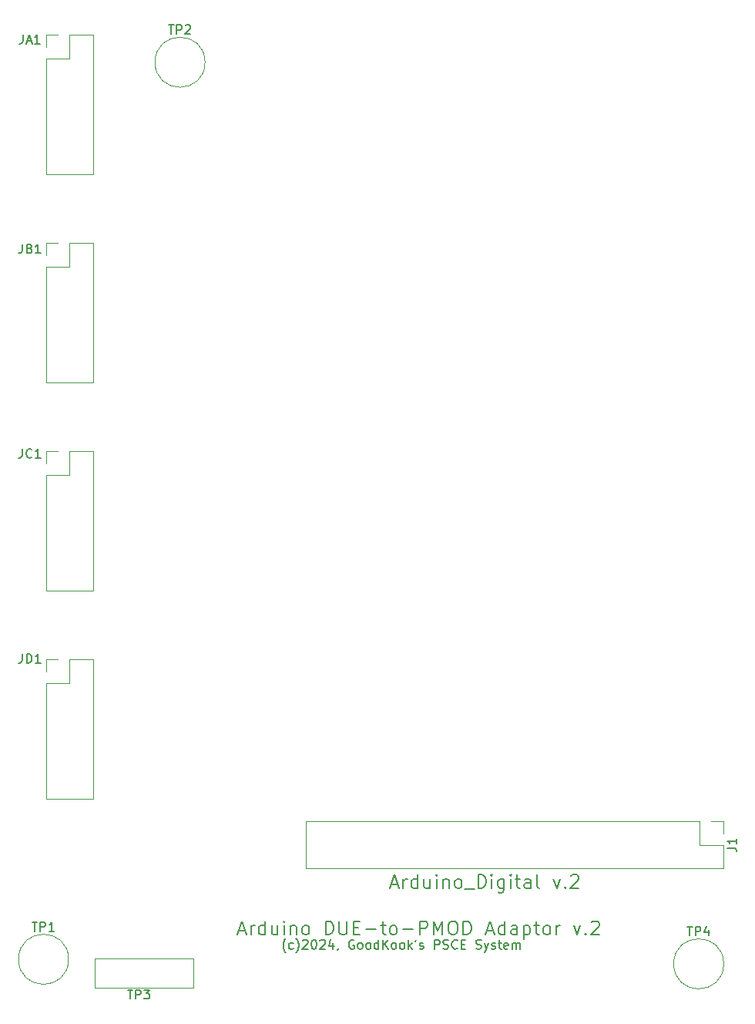
<source format=gbr>
%TF.GenerationSoftware,KiCad,Pcbnew,8.0.3-8.0.3-0~ubuntu20.04.1*%
%TF.CreationDate,2024-07-14T21:33:53+09:00*%
%TF.ProjectId,Gender_A7-100_ArduinoDUE,47656e64-6572-45f4-9137-2d3130305f41,rev?*%
%TF.SameCoordinates,Original*%
%TF.FileFunction,Legend,Top*%
%TF.FilePolarity,Positive*%
%FSLAX46Y46*%
G04 Gerber Fmt 4.6, Leading zero omitted, Abs format (unit mm)*
G04 Created by KiCad (PCBNEW 8.0.3-8.0.3-0~ubuntu20.04.1) date 2024-07-14 21:33:53*
%MOMM*%
%LPD*%
G01*
G04 APERTURE LIST*
%ADD10C,0.150000*%
%ADD11C,0.200000*%
%ADD12C,0.120000*%
G04 APERTURE END LIST*
D10*
X126622493Y-150250771D02*
X126574874Y-150203152D01*
X126574874Y-150203152D02*
X126479636Y-150060295D01*
X126479636Y-150060295D02*
X126432017Y-149965057D01*
X126432017Y-149965057D02*
X126384398Y-149822200D01*
X126384398Y-149822200D02*
X126336779Y-149584104D01*
X126336779Y-149584104D02*
X126336779Y-149393628D01*
X126336779Y-149393628D02*
X126384398Y-149155533D01*
X126384398Y-149155533D02*
X126432017Y-149012676D01*
X126432017Y-149012676D02*
X126479636Y-148917438D01*
X126479636Y-148917438D02*
X126574874Y-148774580D01*
X126574874Y-148774580D02*
X126622493Y-148726961D01*
X127432017Y-149822200D02*
X127336779Y-149869819D01*
X127336779Y-149869819D02*
X127146303Y-149869819D01*
X127146303Y-149869819D02*
X127051065Y-149822200D01*
X127051065Y-149822200D02*
X127003446Y-149774580D01*
X127003446Y-149774580D02*
X126955827Y-149679342D01*
X126955827Y-149679342D02*
X126955827Y-149393628D01*
X126955827Y-149393628D02*
X127003446Y-149298390D01*
X127003446Y-149298390D02*
X127051065Y-149250771D01*
X127051065Y-149250771D02*
X127146303Y-149203152D01*
X127146303Y-149203152D02*
X127336779Y-149203152D01*
X127336779Y-149203152D02*
X127432017Y-149250771D01*
X127765351Y-150250771D02*
X127812970Y-150203152D01*
X127812970Y-150203152D02*
X127908208Y-150060295D01*
X127908208Y-150060295D02*
X127955827Y-149965057D01*
X127955827Y-149965057D02*
X128003446Y-149822200D01*
X128003446Y-149822200D02*
X128051065Y-149584104D01*
X128051065Y-149584104D02*
X128051065Y-149393628D01*
X128051065Y-149393628D02*
X128003446Y-149155533D01*
X128003446Y-149155533D02*
X127955827Y-149012676D01*
X127955827Y-149012676D02*
X127908208Y-148917438D01*
X127908208Y-148917438D02*
X127812970Y-148774580D01*
X127812970Y-148774580D02*
X127765351Y-148726961D01*
X128479637Y-148965057D02*
X128527256Y-148917438D01*
X128527256Y-148917438D02*
X128622494Y-148869819D01*
X128622494Y-148869819D02*
X128860589Y-148869819D01*
X128860589Y-148869819D02*
X128955827Y-148917438D01*
X128955827Y-148917438D02*
X129003446Y-148965057D01*
X129003446Y-148965057D02*
X129051065Y-149060295D01*
X129051065Y-149060295D02*
X129051065Y-149155533D01*
X129051065Y-149155533D02*
X129003446Y-149298390D01*
X129003446Y-149298390D02*
X128432018Y-149869819D01*
X128432018Y-149869819D02*
X129051065Y-149869819D01*
X129670113Y-148869819D02*
X129765351Y-148869819D01*
X129765351Y-148869819D02*
X129860589Y-148917438D01*
X129860589Y-148917438D02*
X129908208Y-148965057D01*
X129908208Y-148965057D02*
X129955827Y-149060295D01*
X129955827Y-149060295D02*
X130003446Y-149250771D01*
X130003446Y-149250771D02*
X130003446Y-149488866D01*
X130003446Y-149488866D02*
X129955827Y-149679342D01*
X129955827Y-149679342D02*
X129908208Y-149774580D01*
X129908208Y-149774580D02*
X129860589Y-149822200D01*
X129860589Y-149822200D02*
X129765351Y-149869819D01*
X129765351Y-149869819D02*
X129670113Y-149869819D01*
X129670113Y-149869819D02*
X129574875Y-149822200D01*
X129574875Y-149822200D02*
X129527256Y-149774580D01*
X129527256Y-149774580D02*
X129479637Y-149679342D01*
X129479637Y-149679342D02*
X129432018Y-149488866D01*
X129432018Y-149488866D02*
X129432018Y-149250771D01*
X129432018Y-149250771D02*
X129479637Y-149060295D01*
X129479637Y-149060295D02*
X129527256Y-148965057D01*
X129527256Y-148965057D02*
X129574875Y-148917438D01*
X129574875Y-148917438D02*
X129670113Y-148869819D01*
X130384399Y-148965057D02*
X130432018Y-148917438D01*
X130432018Y-148917438D02*
X130527256Y-148869819D01*
X130527256Y-148869819D02*
X130765351Y-148869819D01*
X130765351Y-148869819D02*
X130860589Y-148917438D01*
X130860589Y-148917438D02*
X130908208Y-148965057D01*
X130908208Y-148965057D02*
X130955827Y-149060295D01*
X130955827Y-149060295D02*
X130955827Y-149155533D01*
X130955827Y-149155533D02*
X130908208Y-149298390D01*
X130908208Y-149298390D02*
X130336780Y-149869819D01*
X130336780Y-149869819D02*
X130955827Y-149869819D01*
X131812970Y-149203152D02*
X131812970Y-149869819D01*
X131574875Y-148822200D02*
X131336780Y-149536485D01*
X131336780Y-149536485D02*
X131955827Y-149536485D01*
X132384399Y-149822200D02*
X132384399Y-149869819D01*
X132384399Y-149869819D02*
X132336780Y-149965057D01*
X132336780Y-149965057D02*
X132289161Y-150012676D01*
X134098684Y-148917438D02*
X134003446Y-148869819D01*
X134003446Y-148869819D02*
X133860589Y-148869819D01*
X133860589Y-148869819D02*
X133717732Y-148917438D01*
X133717732Y-148917438D02*
X133622494Y-149012676D01*
X133622494Y-149012676D02*
X133574875Y-149107914D01*
X133574875Y-149107914D02*
X133527256Y-149298390D01*
X133527256Y-149298390D02*
X133527256Y-149441247D01*
X133527256Y-149441247D02*
X133574875Y-149631723D01*
X133574875Y-149631723D02*
X133622494Y-149726961D01*
X133622494Y-149726961D02*
X133717732Y-149822200D01*
X133717732Y-149822200D02*
X133860589Y-149869819D01*
X133860589Y-149869819D02*
X133955827Y-149869819D01*
X133955827Y-149869819D02*
X134098684Y-149822200D01*
X134098684Y-149822200D02*
X134146303Y-149774580D01*
X134146303Y-149774580D02*
X134146303Y-149441247D01*
X134146303Y-149441247D02*
X133955827Y-149441247D01*
X134717732Y-149869819D02*
X134622494Y-149822200D01*
X134622494Y-149822200D02*
X134574875Y-149774580D01*
X134574875Y-149774580D02*
X134527256Y-149679342D01*
X134527256Y-149679342D02*
X134527256Y-149393628D01*
X134527256Y-149393628D02*
X134574875Y-149298390D01*
X134574875Y-149298390D02*
X134622494Y-149250771D01*
X134622494Y-149250771D02*
X134717732Y-149203152D01*
X134717732Y-149203152D02*
X134860589Y-149203152D01*
X134860589Y-149203152D02*
X134955827Y-149250771D01*
X134955827Y-149250771D02*
X135003446Y-149298390D01*
X135003446Y-149298390D02*
X135051065Y-149393628D01*
X135051065Y-149393628D02*
X135051065Y-149679342D01*
X135051065Y-149679342D02*
X135003446Y-149774580D01*
X135003446Y-149774580D02*
X134955827Y-149822200D01*
X134955827Y-149822200D02*
X134860589Y-149869819D01*
X134860589Y-149869819D02*
X134717732Y-149869819D01*
X135622494Y-149869819D02*
X135527256Y-149822200D01*
X135527256Y-149822200D02*
X135479637Y-149774580D01*
X135479637Y-149774580D02*
X135432018Y-149679342D01*
X135432018Y-149679342D02*
X135432018Y-149393628D01*
X135432018Y-149393628D02*
X135479637Y-149298390D01*
X135479637Y-149298390D02*
X135527256Y-149250771D01*
X135527256Y-149250771D02*
X135622494Y-149203152D01*
X135622494Y-149203152D02*
X135765351Y-149203152D01*
X135765351Y-149203152D02*
X135860589Y-149250771D01*
X135860589Y-149250771D02*
X135908208Y-149298390D01*
X135908208Y-149298390D02*
X135955827Y-149393628D01*
X135955827Y-149393628D02*
X135955827Y-149679342D01*
X135955827Y-149679342D02*
X135908208Y-149774580D01*
X135908208Y-149774580D02*
X135860589Y-149822200D01*
X135860589Y-149822200D02*
X135765351Y-149869819D01*
X135765351Y-149869819D02*
X135622494Y-149869819D01*
X136812970Y-149869819D02*
X136812970Y-148869819D01*
X136812970Y-149822200D02*
X136717732Y-149869819D01*
X136717732Y-149869819D02*
X136527256Y-149869819D01*
X136527256Y-149869819D02*
X136432018Y-149822200D01*
X136432018Y-149822200D02*
X136384399Y-149774580D01*
X136384399Y-149774580D02*
X136336780Y-149679342D01*
X136336780Y-149679342D02*
X136336780Y-149393628D01*
X136336780Y-149393628D02*
X136384399Y-149298390D01*
X136384399Y-149298390D02*
X136432018Y-149250771D01*
X136432018Y-149250771D02*
X136527256Y-149203152D01*
X136527256Y-149203152D02*
X136717732Y-149203152D01*
X136717732Y-149203152D02*
X136812970Y-149250771D01*
X137289161Y-149869819D02*
X137289161Y-148869819D01*
X137860589Y-149869819D02*
X137432018Y-149298390D01*
X137860589Y-148869819D02*
X137289161Y-149441247D01*
X138432018Y-149869819D02*
X138336780Y-149822200D01*
X138336780Y-149822200D02*
X138289161Y-149774580D01*
X138289161Y-149774580D02*
X138241542Y-149679342D01*
X138241542Y-149679342D02*
X138241542Y-149393628D01*
X138241542Y-149393628D02*
X138289161Y-149298390D01*
X138289161Y-149298390D02*
X138336780Y-149250771D01*
X138336780Y-149250771D02*
X138432018Y-149203152D01*
X138432018Y-149203152D02*
X138574875Y-149203152D01*
X138574875Y-149203152D02*
X138670113Y-149250771D01*
X138670113Y-149250771D02*
X138717732Y-149298390D01*
X138717732Y-149298390D02*
X138765351Y-149393628D01*
X138765351Y-149393628D02*
X138765351Y-149679342D01*
X138765351Y-149679342D02*
X138717732Y-149774580D01*
X138717732Y-149774580D02*
X138670113Y-149822200D01*
X138670113Y-149822200D02*
X138574875Y-149869819D01*
X138574875Y-149869819D02*
X138432018Y-149869819D01*
X139336780Y-149869819D02*
X139241542Y-149822200D01*
X139241542Y-149822200D02*
X139193923Y-149774580D01*
X139193923Y-149774580D02*
X139146304Y-149679342D01*
X139146304Y-149679342D02*
X139146304Y-149393628D01*
X139146304Y-149393628D02*
X139193923Y-149298390D01*
X139193923Y-149298390D02*
X139241542Y-149250771D01*
X139241542Y-149250771D02*
X139336780Y-149203152D01*
X139336780Y-149203152D02*
X139479637Y-149203152D01*
X139479637Y-149203152D02*
X139574875Y-149250771D01*
X139574875Y-149250771D02*
X139622494Y-149298390D01*
X139622494Y-149298390D02*
X139670113Y-149393628D01*
X139670113Y-149393628D02*
X139670113Y-149679342D01*
X139670113Y-149679342D02*
X139622494Y-149774580D01*
X139622494Y-149774580D02*
X139574875Y-149822200D01*
X139574875Y-149822200D02*
X139479637Y-149869819D01*
X139479637Y-149869819D02*
X139336780Y-149869819D01*
X140098685Y-149869819D02*
X140098685Y-148869819D01*
X140193923Y-149488866D02*
X140479637Y-149869819D01*
X140479637Y-149203152D02*
X140098685Y-149584104D01*
X140955828Y-148869819D02*
X140860590Y-149060295D01*
X141336780Y-149822200D02*
X141432018Y-149869819D01*
X141432018Y-149869819D02*
X141622494Y-149869819D01*
X141622494Y-149869819D02*
X141717732Y-149822200D01*
X141717732Y-149822200D02*
X141765351Y-149726961D01*
X141765351Y-149726961D02*
X141765351Y-149679342D01*
X141765351Y-149679342D02*
X141717732Y-149584104D01*
X141717732Y-149584104D02*
X141622494Y-149536485D01*
X141622494Y-149536485D02*
X141479637Y-149536485D01*
X141479637Y-149536485D02*
X141384399Y-149488866D01*
X141384399Y-149488866D02*
X141336780Y-149393628D01*
X141336780Y-149393628D02*
X141336780Y-149346009D01*
X141336780Y-149346009D02*
X141384399Y-149250771D01*
X141384399Y-149250771D02*
X141479637Y-149203152D01*
X141479637Y-149203152D02*
X141622494Y-149203152D01*
X141622494Y-149203152D02*
X141717732Y-149250771D01*
X142955828Y-149869819D02*
X142955828Y-148869819D01*
X142955828Y-148869819D02*
X143336780Y-148869819D01*
X143336780Y-148869819D02*
X143432018Y-148917438D01*
X143432018Y-148917438D02*
X143479637Y-148965057D01*
X143479637Y-148965057D02*
X143527256Y-149060295D01*
X143527256Y-149060295D02*
X143527256Y-149203152D01*
X143527256Y-149203152D02*
X143479637Y-149298390D01*
X143479637Y-149298390D02*
X143432018Y-149346009D01*
X143432018Y-149346009D02*
X143336780Y-149393628D01*
X143336780Y-149393628D02*
X142955828Y-149393628D01*
X143908209Y-149822200D02*
X144051066Y-149869819D01*
X144051066Y-149869819D02*
X144289161Y-149869819D01*
X144289161Y-149869819D02*
X144384399Y-149822200D01*
X144384399Y-149822200D02*
X144432018Y-149774580D01*
X144432018Y-149774580D02*
X144479637Y-149679342D01*
X144479637Y-149679342D02*
X144479637Y-149584104D01*
X144479637Y-149584104D02*
X144432018Y-149488866D01*
X144432018Y-149488866D02*
X144384399Y-149441247D01*
X144384399Y-149441247D02*
X144289161Y-149393628D01*
X144289161Y-149393628D02*
X144098685Y-149346009D01*
X144098685Y-149346009D02*
X144003447Y-149298390D01*
X144003447Y-149298390D02*
X143955828Y-149250771D01*
X143955828Y-149250771D02*
X143908209Y-149155533D01*
X143908209Y-149155533D02*
X143908209Y-149060295D01*
X143908209Y-149060295D02*
X143955828Y-148965057D01*
X143955828Y-148965057D02*
X144003447Y-148917438D01*
X144003447Y-148917438D02*
X144098685Y-148869819D01*
X144098685Y-148869819D02*
X144336780Y-148869819D01*
X144336780Y-148869819D02*
X144479637Y-148917438D01*
X145479637Y-149774580D02*
X145432018Y-149822200D01*
X145432018Y-149822200D02*
X145289161Y-149869819D01*
X145289161Y-149869819D02*
X145193923Y-149869819D01*
X145193923Y-149869819D02*
X145051066Y-149822200D01*
X145051066Y-149822200D02*
X144955828Y-149726961D01*
X144955828Y-149726961D02*
X144908209Y-149631723D01*
X144908209Y-149631723D02*
X144860590Y-149441247D01*
X144860590Y-149441247D02*
X144860590Y-149298390D01*
X144860590Y-149298390D02*
X144908209Y-149107914D01*
X144908209Y-149107914D02*
X144955828Y-149012676D01*
X144955828Y-149012676D02*
X145051066Y-148917438D01*
X145051066Y-148917438D02*
X145193923Y-148869819D01*
X145193923Y-148869819D02*
X145289161Y-148869819D01*
X145289161Y-148869819D02*
X145432018Y-148917438D01*
X145432018Y-148917438D02*
X145479637Y-148965057D01*
X145908209Y-149346009D02*
X146241542Y-149346009D01*
X146384399Y-149869819D02*
X145908209Y-149869819D01*
X145908209Y-149869819D02*
X145908209Y-148869819D01*
X145908209Y-148869819D02*
X146384399Y-148869819D01*
X147527257Y-149822200D02*
X147670114Y-149869819D01*
X147670114Y-149869819D02*
X147908209Y-149869819D01*
X147908209Y-149869819D02*
X148003447Y-149822200D01*
X148003447Y-149822200D02*
X148051066Y-149774580D01*
X148051066Y-149774580D02*
X148098685Y-149679342D01*
X148098685Y-149679342D02*
X148098685Y-149584104D01*
X148098685Y-149584104D02*
X148051066Y-149488866D01*
X148051066Y-149488866D02*
X148003447Y-149441247D01*
X148003447Y-149441247D02*
X147908209Y-149393628D01*
X147908209Y-149393628D02*
X147717733Y-149346009D01*
X147717733Y-149346009D02*
X147622495Y-149298390D01*
X147622495Y-149298390D02*
X147574876Y-149250771D01*
X147574876Y-149250771D02*
X147527257Y-149155533D01*
X147527257Y-149155533D02*
X147527257Y-149060295D01*
X147527257Y-149060295D02*
X147574876Y-148965057D01*
X147574876Y-148965057D02*
X147622495Y-148917438D01*
X147622495Y-148917438D02*
X147717733Y-148869819D01*
X147717733Y-148869819D02*
X147955828Y-148869819D01*
X147955828Y-148869819D02*
X148098685Y-148917438D01*
X148432019Y-149203152D02*
X148670114Y-149869819D01*
X148908209Y-149203152D02*
X148670114Y-149869819D01*
X148670114Y-149869819D02*
X148574876Y-150107914D01*
X148574876Y-150107914D02*
X148527257Y-150155533D01*
X148527257Y-150155533D02*
X148432019Y-150203152D01*
X149241543Y-149822200D02*
X149336781Y-149869819D01*
X149336781Y-149869819D02*
X149527257Y-149869819D01*
X149527257Y-149869819D02*
X149622495Y-149822200D01*
X149622495Y-149822200D02*
X149670114Y-149726961D01*
X149670114Y-149726961D02*
X149670114Y-149679342D01*
X149670114Y-149679342D02*
X149622495Y-149584104D01*
X149622495Y-149584104D02*
X149527257Y-149536485D01*
X149527257Y-149536485D02*
X149384400Y-149536485D01*
X149384400Y-149536485D02*
X149289162Y-149488866D01*
X149289162Y-149488866D02*
X149241543Y-149393628D01*
X149241543Y-149393628D02*
X149241543Y-149346009D01*
X149241543Y-149346009D02*
X149289162Y-149250771D01*
X149289162Y-149250771D02*
X149384400Y-149203152D01*
X149384400Y-149203152D02*
X149527257Y-149203152D01*
X149527257Y-149203152D02*
X149622495Y-149250771D01*
X149955829Y-149203152D02*
X150336781Y-149203152D01*
X150098686Y-148869819D02*
X150098686Y-149726961D01*
X150098686Y-149726961D02*
X150146305Y-149822200D01*
X150146305Y-149822200D02*
X150241543Y-149869819D01*
X150241543Y-149869819D02*
X150336781Y-149869819D01*
X151051067Y-149822200D02*
X150955829Y-149869819D01*
X150955829Y-149869819D02*
X150765353Y-149869819D01*
X150765353Y-149869819D02*
X150670115Y-149822200D01*
X150670115Y-149822200D02*
X150622496Y-149726961D01*
X150622496Y-149726961D02*
X150622496Y-149346009D01*
X150622496Y-149346009D02*
X150670115Y-149250771D01*
X150670115Y-149250771D02*
X150765353Y-149203152D01*
X150765353Y-149203152D02*
X150955829Y-149203152D01*
X150955829Y-149203152D02*
X151051067Y-149250771D01*
X151051067Y-149250771D02*
X151098686Y-149346009D01*
X151098686Y-149346009D02*
X151098686Y-149441247D01*
X151098686Y-149441247D02*
X150622496Y-149536485D01*
X151527258Y-149869819D02*
X151527258Y-149203152D01*
X151527258Y-149298390D02*
X151574877Y-149250771D01*
X151574877Y-149250771D02*
X151670115Y-149203152D01*
X151670115Y-149203152D02*
X151812972Y-149203152D01*
X151812972Y-149203152D02*
X151908210Y-149250771D01*
X151908210Y-149250771D02*
X151955829Y-149346009D01*
X151955829Y-149346009D02*
X151955829Y-149869819D01*
X151955829Y-149346009D02*
X152003448Y-149250771D01*
X152003448Y-149250771D02*
X152098686Y-149203152D01*
X152098686Y-149203152D02*
X152241543Y-149203152D01*
X152241543Y-149203152D02*
X152336782Y-149250771D01*
X152336782Y-149250771D02*
X152384401Y-149346009D01*
X152384401Y-149346009D02*
X152384401Y-149869819D01*
D11*
X121417292Y-147877457D02*
X122131578Y-147877457D01*
X121274435Y-148306028D02*
X121774435Y-146806028D01*
X121774435Y-146806028D02*
X122274435Y-148306028D01*
X122774434Y-148306028D02*
X122774434Y-147306028D01*
X122774434Y-147591742D02*
X122845863Y-147448885D01*
X122845863Y-147448885D02*
X122917292Y-147377457D01*
X122917292Y-147377457D02*
X123060149Y-147306028D01*
X123060149Y-147306028D02*
X123203006Y-147306028D01*
X124345863Y-148306028D02*
X124345863Y-146806028D01*
X124345863Y-148234600D02*
X124203005Y-148306028D01*
X124203005Y-148306028D02*
X123917291Y-148306028D01*
X123917291Y-148306028D02*
X123774434Y-148234600D01*
X123774434Y-148234600D02*
X123703005Y-148163171D01*
X123703005Y-148163171D02*
X123631577Y-148020314D01*
X123631577Y-148020314D02*
X123631577Y-147591742D01*
X123631577Y-147591742D02*
X123703005Y-147448885D01*
X123703005Y-147448885D02*
X123774434Y-147377457D01*
X123774434Y-147377457D02*
X123917291Y-147306028D01*
X123917291Y-147306028D02*
X124203005Y-147306028D01*
X124203005Y-147306028D02*
X124345863Y-147377457D01*
X125703006Y-147306028D02*
X125703006Y-148306028D01*
X125060148Y-147306028D02*
X125060148Y-148091742D01*
X125060148Y-148091742D02*
X125131577Y-148234600D01*
X125131577Y-148234600D02*
X125274434Y-148306028D01*
X125274434Y-148306028D02*
X125488720Y-148306028D01*
X125488720Y-148306028D02*
X125631577Y-148234600D01*
X125631577Y-148234600D02*
X125703006Y-148163171D01*
X126417291Y-148306028D02*
X126417291Y-147306028D01*
X126417291Y-146806028D02*
X126345863Y-146877457D01*
X126345863Y-146877457D02*
X126417291Y-146948885D01*
X126417291Y-146948885D02*
X126488720Y-146877457D01*
X126488720Y-146877457D02*
X126417291Y-146806028D01*
X126417291Y-146806028D02*
X126417291Y-146948885D01*
X127131577Y-147306028D02*
X127131577Y-148306028D01*
X127131577Y-147448885D02*
X127203006Y-147377457D01*
X127203006Y-147377457D02*
X127345863Y-147306028D01*
X127345863Y-147306028D02*
X127560149Y-147306028D01*
X127560149Y-147306028D02*
X127703006Y-147377457D01*
X127703006Y-147377457D02*
X127774435Y-147520314D01*
X127774435Y-147520314D02*
X127774435Y-148306028D01*
X128703006Y-148306028D02*
X128560149Y-148234600D01*
X128560149Y-148234600D02*
X128488720Y-148163171D01*
X128488720Y-148163171D02*
X128417292Y-148020314D01*
X128417292Y-148020314D02*
X128417292Y-147591742D01*
X128417292Y-147591742D02*
X128488720Y-147448885D01*
X128488720Y-147448885D02*
X128560149Y-147377457D01*
X128560149Y-147377457D02*
X128703006Y-147306028D01*
X128703006Y-147306028D02*
X128917292Y-147306028D01*
X128917292Y-147306028D02*
X129060149Y-147377457D01*
X129060149Y-147377457D02*
X129131578Y-147448885D01*
X129131578Y-147448885D02*
X129203006Y-147591742D01*
X129203006Y-147591742D02*
X129203006Y-148020314D01*
X129203006Y-148020314D02*
X129131578Y-148163171D01*
X129131578Y-148163171D02*
X129060149Y-148234600D01*
X129060149Y-148234600D02*
X128917292Y-148306028D01*
X128917292Y-148306028D02*
X128703006Y-148306028D01*
X130988720Y-148306028D02*
X130988720Y-146806028D01*
X130988720Y-146806028D02*
X131345863Y-146806028D01*
X131345863Y-146806028D02*
X131560149Y-146877457D01*
X131560149Y-146877457D02*
X131703006Y-147020314D01*
X131703006Y-147020314D02*
X131774435Y-147163171D01*
X131774435Y-147163171D02*
X131845863Y-147448885D01*
X131845863Y-147448885D02*
X131845863Y-147663171D01*
X131845863Y-147663171D02*
X131774435Y-147948885D01*
X131774435Y-147948885D02*
X131703006Y-148091742D01*
X131703006Y-148091742D02*
X131560149Y-148234600D01*
X131560149Y-148234600D02*
X131345863Y-148306028D01*
X131345863Y-148306028D02*
X130988720Y-148306028D01*
X132488720Y-146806028D02*
X132488720Y-148020314D01*
X132488720Y-148020314D02*
X132560149Y-148163171D01*
X132560149Y-148163171D02*
X132631578Y-148234600D01*
X132631578Y-148234600D02*
X132774435Y-148306028D01*
X132774435Y-148306028D02*
X133060149Y-148306028D01*
X133060149Y-148306028D02*
X133203006Y-148234600D01*
X133203006Y-148234600D02*
X133274435Y-148163171D01*
X133274435Y-148163171D02*
X133345863Y-148020314D01*
X133345863Y-148020314D02*
X133345863Y-146806028D01*
X134060149Y-147520314D02*
X134560149Y-147520314D01*
X134774435Y-148306028D02*
X134060149Y-148306028D01*
X134060149Y-148306028D02*
X134060149Y-146806028D01*
X134060149Y-146806028D02*
X134774435Y-146806028D01*
X135417292Y-147734600D02*
X136560150Y-147734600D01*
X137060150Y-147306028D02*
X137631578Y-147306028D01*
X137274435Y-146806028D02*
X137274435Y-148091742D01*
X137274435Y-148091742D02*
X137345864Y-148234600D01*
X137345864Y-148234600D02*
X137488721Y-148306028D01*
X137488721Y-148306028D02*
X137631578Y-148306028D01*
X138345864Y-148306028D02*
X138203007Y-148234600D01*
X138203007Y-148234600D02*
X138131578Y-148163171D01*
X138131578Y-148163171D02*
X138060150Y-148020314D01*
X138060150Y-148020314D02*
X138060150Y-147591742D01*
X138060150Y-147591742D02*
X138131578Y-147448885D01*
X138131578Y-147448885D02*
X138203007Y-147377457D01*
X138203007Y-147377457D02*
X138345864Y-147306028D01*
X138345864Y-147306028D02*
X138560150Y-147306028D01*
X138560150Y-147306028D02*
X138703007Y-147377457D01*
X138703007Y-147377457D02*
X138774436Y-147448885D01*
X138774436Y-147448885D02*
X138845864Y-147591742D01*
X138845864Y-147591742D02*
X138845864Y-148020314D01*
X138845864Y-148020314D02*
X138774436Y-148163171D01*
X138774436Y-148163171D02*
X138703007Y-148234600D01*
X138703007Y-148234600D02*
X138560150Y-148306028D01*
X138560150Y-148306028D02*
X138345864Y-148306028D01*
X139488721Y-147734600D02*
X140631579Y-147734600D01*
X141345864Y-148306028D02*
X141345864Y-146806028D01*
X141345864Y-146806028D02*
X141917293Y-146806028D01*
X141917293Y-146806028D02*
X142060150Y-146877457D01*
X142060150Y-146877457D02*
X142131579Y-146948885D01*
X142131579Y-146948885D02*
X142203007Y-147091742D01*
X142203007Y-147091742D02*
X142203007Y-147306028D01*
X142203007Y-147306028D02*
X142131579Y-147448885D01*
X142131579Y-147448885D02*
X142060150Y-147520314D01*
X142060150Y-147520314D02*
X141917293Y-147591742D01*
X141917293Y-147591742D02*
X141345864Y-147591742D01*
X142845864Y-148306028D02*
X142845864Y-146806028D01*
X142845864Y-146806028D02*
X143345864Y-147877457D01*
X143345864Y-147877457D02*
X143845864Y-146806028D01*
X143845864Y-146806028D02*
X143845864Y-148306028D01*
X144845865Y-146806028D02*
X145131579Y-146806028D01*
X145131579Y-146806028D02*
X145274436Y-146877457D01*
X145274436Y-146877457D02*
X145417293Y-147020314D01*
X145417293Y-147020314D02*
X145488722Y-147306028D01*
X145488722Y-147306028D02*
X145488722Y-147806028D01*
X145488722Y-147806028D02*
X145417293Y-148091742D01*
X145417293Y-148091742D02*
X145274436Y-148234600D01*
X145274436Y-148234600D02*
X145131579Y-148306028D01*
X145131579Y-148306028D02*
X144845865Y-148306028D01*
X144845865Y-148306028D02*
X144703008Y-148234600D01*
X144703008Y-148234600D02*
X144560150Y-148091742D01*
X144560150Y-148091742D02*
X144488722Y-147806028D01*
X144488722Y-147806028D02*
X144488722Y-147306028D01*
X144488722Y-147306028D02*
X144560150Y-147020314D01*
X144560150Y-147020314D02*
X144703008Y-146877457D01*
X144703008Y-146877457D02*
X144845865Y-146806028D01*
X146131579Y-148306028D02*
X146131579Y-146806028D01*
X146131579Y-146806028D02*
X146488722Y-146806028D01*
X146488722Y-146806028D02*
X146703008Y-146877457D01*
X146703008Y-146877457D02*
X146845865Y-147020314D01*
X146845865Y-147020314D02*
X146917294Y-147163171D01*
X146917294Y-147163171D02*
X146988722Y-147448885D01*
X146988722Y-147448885D02*
X146988722Y-147663171D01*
X146988722Y-147663171D02*
X146917294Y-147948885D01*
X146917294Y-147948885D02*
X146845865Y-148091742D01*
X146845865Y-148091742D02*
X146703008Y-148234600D01*
X146703008Y-148234600D02*
X146488722Y-148306028D01*
X146488722Y-148306028D02*
X146131579Y-148306028D01*
X148703008Y-147877457D02*
X149417294Y-147877457D01*
X148560151Y-148306028D02*
X149060151Y-146806028D01*
X149060151Y-146806028D02*
X149560151Y-148306028D01*
X150703008Y-148306028D02*
X150703008Y-146806028D01*
X150703008Y-148234600D02*
X150560150Y-148306028D01*
X150560150Y-148306028D02*
X150274436Y-148306028D01*
X150274436Y-148306028D02*
X150131579Y-148234600D01*
X150131579Y-148234600D02*
X150060150Y-148163171D01*
X150060150Y-148163171D02*
X149988722Y-148020314D01*
X149988722Y-148020314D02*
X149988722Y-147591742D01*
X149988722Y-147591742D02*
X150060150Y-147448885D01*
X150060150Y-147448885D02*
X150131579Y-147377457D01*
X150131579Y-147377457D02*
X150274436Y-147306028D01*
X150274436Y-147306028D02*
X150560150Y-147306028D01*
X150560150Y-147306028D02*
X150703008Y-147377457D01*
X152060151Y-148306028D02*
X152060151Y-147520314D01*
X152060151Y-147520314D02*
X151988722Y-147377457D01*
X151988722Y-147377457D02*
X151845865Y-147306028D01*
X151845865Y-147306028D02*
X151560151Y-147306028D01*
X151560151Y-147306028D02*
X151417293Y-147377457D01*
X152060151Y-148234600D02*
X151917293Y-148306028D01*
X151917293Y-148306028D02*
X151560151Y-148306028D01*
X151560151Y-148306028D02*
X151417293Y-148234600D01*
X151417293Y-148234600D02*
X151345865Y-148091742D01*
X151345865Y-148091742D02*
X151345865Y-147948885D01*
X151345865Y-147948885D02*
X151417293Y-147806028D01*
X151417293Y-147806028D02*
X151560151Y-147734600D01*
X151560151Y-147734600D02*
X151917293Y-147734600D01*
X151917293Y-147734600D02*
X152060151Y-147663171D01*
X152774436Y-147306028D02*
X152774436Y-148806028D01*
X152774436Y-147377457D02*
X152917294Y-147306028D01*
X152917294Y-147306028D02*
X153203008Y-147306028D01*
X153203008Y-147306028D02*
X153345865Y-147377457D01*
X153345865Y-147377457D02*
X153417294Y-147448885D01*
X153417294Y-147448885D02*
X153488722Y-147591742D01*
X153488722Y-147591742D02*
X153488722Y-148020314D01*
X153488722Y-148020314D02*
X153417294Y-148163171D01*
X153417294Y-148163171D02*
X153345865Y-148234600D01*
X153345865Y-148234600D02*
X153203008Y-148306028D01*
X153203008Y-148306028D02*
X152917294Y-148306028D01*
X152917294Y-148306028D02*
X152774436Y-148234600D01*
X153917294Y-147306028D02*
X154488722Y-147306028D01*
X154131579Y-146806028D02*
X154131579Y-148091742D01*
X154131579Y-148091742D02*
X154203008Y-148234600D01*
X154203008Y-148234600D02*
X154345865Y-148306028D01*
X154345865Y-148306028D02*
X154488722Y-148306028D01*
X155203008Y-148306028D02*
X155060151Y-148234600D01*
X155060151Y-148234600D02*
X154988722Y-148163171D01*
X154988722Y-148163171D02*
X154917294Y-148020314D01*
X154917294Y-148020314D02*
X154917294Y-147591742D01*
X154917294Y-147591742D02*
X154988722Y-147448885D01*
X154988722Y-147448885D02*
X155060151Y-147377457D01*
X155060151Y-147377457D02*
X155203008Y-147306028D01*
X155203008Y-147306028D02*
X155417294Y-147306028D01*
X155417294Y-147306028D02*
X155560151Y-147377457D01*
X155560151Y-147377457D02*
X155631580Y-147448885D01*
X155631580Y-147448885D02*
X155703008Y-147591742D01*
X155703008Y-147591742D02*
X155703008Y-148020314D01*
X155703008Y-148020314D02*
X155631580Y-148163171D01*
X155631580Y-148163171D02*
X155560151Y-148234600D01*
X155560151Y-148234600D02*
X155417294Y-148306028D01*
X155417294Y-148306028D02*
X155203008Y-148306028D01*
X156345865Y-148306028D02*
X156345865Y-147306028D01*
X156345865Y-147591742D02*
X156417294Y-147448885D01*
X156417294Y-147448885D02*
X156488723Y-147377457D01*
X156488723Y-147377457D02*
X156631580Y-147306028D01*
X156631580Y-147306028D02*
X156774437Y-147306028D01*
X158274436Y-147306028D02*
X158631579Y-148306028D01*
X158631579Y-148306028D02*
X158988722Y-147306028D01*
X159560150Y-148163171D02*
X159631579Y-148234600D01*
X159631579Y-148234600D02*
X159560150Y-148306028D01*
X159560150Y-148306028D02*
X159488722Y-148234600D01*
X159488722Y-148234600D02*
X159560150Y-148163171D01*
X159560150Y-148163171D02*
X159560150Y-148306028D01*
X160203008Y-146948885D02*
X160274436Y-146877457D01*
X160274436Y-146877457D02*
X160417294Y-146806028D01*
X160417294Y-146806028D02*
X160774436Y-146806028D01*
X160774436Y-146806028D02*
X160917294Y-146877457D01*
X160917294Y-146877457D02*
X160988722Y-146948885D01*
X160988722Y-146948885D02*
X161060151Y-147091742D01*
X161060151Y-147091742D02*
X161060151Y-147234600D01*
X161060151Y-147234600D02*
X160988722Y-147448885D01*
X160988722Y-147448885D02*
X160131579Y-148306028D01*
X160131579Y-148306028D02*
X161060151Y-148306028D01*
D10*
X109228095Y-154354819D02*
X109799523Y-154354819D01*
X109513809Y-155354819D02*
X109513809Y-154354819D01*
X110132857Y-155354819D02*
X110132857Y-154354819D01*
X110132857Y-154354819D02*
X110513809Y-154354819D01*
X110513809Y-154354819D02*
X110609047Y-154402438D01*
X110609047Y-154402438D02*
X110656666Y-154450057D01*
X110656666Y-154450057D02*
X110704285Y-154545295D01*
X110704285Y-154545295D02*
X110704285Y-154688152D01*
X110704285Y-154688152D02*
X110656666Y-154783390D01*
X110656666Y-154783390D02*
X110609047Y-154831009D01*
X110609047Y-154831009D02*
X110513809Y-154878628D01*
X110513809Y-154878628D02*
X110132857Y-154878628D01*
X111037619Y-154354819D02*
X111656666Y-154354819D01*
X111656666Y-154354819D02*
X111323333Y-154735771D01*
X111323333Y-154735771D02*
X111466190Y-154735771D01*
X111466190Y-154735771D02*
X111561428Y-154783390D01*
X111561428Y-154783390D02*
X111609047Y-154831009D01*
X111609047Y-154831009D02*
X111656666Y-154926247D01*
X111656666Y-154926247D02*
X111656666Y-155164342D01*
X111656666Y-155164342D02*
X111609047Y-155259580D01*
X111609047Y-155259580D02*
X111561428Y-155307200D01*
X111561428Y-155307200D02*
X111466190Y-155354819D01*
X111466190Y-155354819D02*
X111180476Y-155354819D01*
X111180476Y-155354819D02*
X111085238Y-155307200D01*
X111085238Y-155307200D02*
X111037619Y-155259580D01*
X170738095Y-147406819D02*
X171309523Y-147406819D01*
X171023809Y-148406819D02*
X171023809Y-147406819D01*
X171642857Y-148406819D02*
X171642857Y-147406819D01*
X171642857Y-147406819D02*
X172023809Y-147406819D01*
X172023809Y-147406819D02*
X172119047Y-147454438D01*
X172119047Y-147454438D02*
X172166666Y-147502057D01*
X172166666Y-147502057D02*
X172214285Y-147597295D01*
X172214285Y-147597295D02*
X172214285Y-147740152D01*
X172214285Y-147740152D02*
X172166666Y-147835390D01*
X172166666Y-147835390D02*
X172119047Y-147883009D01*
X172119047Y-147883009D02*
X172023809Y-147930628D01*
X172023809Y-147930628D02*
X171642857Y-147930628D01*
X173071428Y-147740152D02*
X173071428Y-148406819D01*
X172833333Y-147359200D02*
X172595238Y-148073485D01*
X172595238Y-148073485D02*
X173214285Y-148073485D01*
X113738095Y-48406819D02*
X114309523Y-48406819D01*
X114023809Y-49406819D02*
X114023809Y-48406819D01*
X114642857Y-49406819D02*
X114642857Y-48406819D01*
X114642857Y-48406819D02*
X115023809Y-48406819D01*
X115023809Y-48406819D02*
X115119047Y-48454438D01*
X115119047Y-48454438D02*
X115166666Y-48502057D01*
X115166666Y-48502057D02*
X115214285Y-48597295D01*
X115214285Y-48597295D02*
X115214285Y-48740152D01*
X115214285Y-48740152D02*
X115166666Y-48835390D01*
X115166666Y-48835390D02*
X115119047Y-48883009D01*
X115119047Y-48883009D02*
X115023809Y-48930628D01*
X115023809Y-48930628D02*
X114642857Y-48930628D01*
X115595238Y-48502057D02*
X115642857Y-48454438D01*
X115642857Y-48454438D02*
X115738095Y-48406819D01*
X115738095Y-48406819D02*
X115976190Y-48406819D01*
X115976190Y-48406819D02*
X116071428Y-48454438D01*
X116071428Y-48454438D02*
X116119047Y-48502057D01*
X116119047Y-48502057D02*
X116166666Y-48597295D01*
X116166666Y-48597295D02*
X116166666Y-48692533D01*
X116166666Y-48692533D02*
X116119047Y-48835390D01*
X116119047Y-48835390D02*
X115547619Y-49406819D01*
X115547619Y-49406819D02*
X116166666Y-49406819D01*
X97738095Y-49454819D02*
X97738095Y-50169104D01*
X97738095Y-50169104D02*
X97690476Y-50311961D01*
X97690476Y-50311961D02*
X97595238Y-50407200D01*
X97595238Y-50407200D02*
X97452381Y-50454819D01*
X97452381Y-50454819D02*
X97357143Y-50454819D01*
X98166667Y-50169104D02*
X98642857Y-50169104D01*
X98071429Y-50454819D02*
X98404762Y-49454819D01*
X98404762Y-49454819D02*
X98738095Y-50454819D01*
X99595238Y-50454819D02*
X99023810Y-50454819D01*
X99309524Y-50454819D02*
X99309524Y-49454819D01*
X99309524Y-49454819D02*
X99214286Y-49597676D01*
X99214286Y-49597676D02*
X99119048Y-49692914D01*
X99119048Y-49692914D02*
X99023810Y-49740533D01*
X97666666Y-94954819D02*
X97666666Y-95669104D01*
X97666666Y-95669104D02*
X97619047Y-95811961D01*
X97619047Y-95811961D02*
X97523809Y-95907200D01*
X97523809Y-95907200D02*
X97380952Y-95954819D01*
X97380952Y-95954819D02*
X97285714Y-95954819D01*
X98714285Y-95859580D02*
X98666666Y-95907200D01*
X98666666Y-95907200D02*
X98523809Y-95954819D01*
X98523809Y-95954819D02*
X98428571Y-95954819D01*
X98428571Y-95954819D02*
X98285714Y-95907200D01*
X98285714Y-95907200D02*
X98190476Y-95811961D01*
X98190476Y-95811961D02*
X98142857Y-95716723D01*
X98142857Y-95716723D02*
X98095238Y-95526247D01*
X98095238Y-95526247D02*
X98095238Y-95383390D01*
X98095238Y-95383390D02*
X98142857Y-95192914D01*
X98142857Y-95192914D02*
X98190476Y-95097676D01*
X98190476Y-95097676D02*
X98285714Y-95002438D01*
X98285714Y-95002438D02*
X98428571Y-94954819D01*
X98428571Y-94954819D02*
X98523809Y-94954819D01*
X98523809Y-94954819D02*
X98666666Y-95002438D01*
X98666666Y-95002438D02*
X98714285Y-95050057D01*
X99666666Y-95954819D02*
X99095238Y-95954819D01*
X99380952Y-95954819D02*
X99380952Y-94954819D01*
X99380952Y-94954819D02*
X99285714Y-95097676D01*
X99285714Y-95097676D02*
X99190476Y-95192914D01*
X99190476Y-95192914D02*
X99095238Y-95240533D01*
X97666666Y-72479819D02*
X97666666Y-73194104D01*
X97666666Y-73194104D02*
X97619047Y-73336961D01*
X97619047Y-73336961D02*
X97523809Y-73432200D01*
X97523809Y-73432200D02*
X97380952Y-73479819D01*
X97380952Y-73479819D02*
X97285714Y-73479819D01*
X98476190Y-72956009D02*
X98619047Y-73003628D01*
X98619047Y-73003628D02*
X98666666Y-73051247D01*
X98666666Y-73051247D02*
X98714285Y-73146485D01*
X98714285Y-73146485D02*
X98714285Y-73289342D01*
X98714285Y-73289342D02*
X98666666Y-73384580D01*
X98666666Y-73384580D02*
X98619047Y-73432200D01*
X98619047Y-73432200D02*
X98523809Y-73479819D01*
X98523809Y-73479819D02*
X98142857Y-73479819D01*
X98142857Y-73479819D02*
X98142857Y-72479819D01*
X98142857Y-72479819D02*
X98476190Y-72479819D01*
X98476190Y-72479819D02*
X98571428Y-72527438D01*
X98571428Y-72527438D02*
X98619047Y-72575057D01*
X98619047Y-72575057D02*
X98666666Y-72670295D01*
X98666666Y-72670295D02*
X98666666Y-72765533D01*
X98666666Y-72765533D02*
X98619047Y-72860771D01*
X98619047Y-72860771D02*
X98571428Y-72908390D01*
X98571428Y-72908390D02*
X98476190Y-72956009D01*
X98476190Y-72956009D02*
X98142857Y-72956009D01*
X99666666Y-73479819D02*
X99095238Y-73479819D01*
X99380952Y-73479819D02*
X99380952Y-72479819D01*
X99380952Y-72479819D02*
X99285714Y-72622676D01*
X99285714Y-72622676D02*
X99190476Y-72717914D01*
X99190476Y-72717914D02*
X99095238Y-72765533D01*
X98738095Y-146906819D02*
X99309523Y-146906819D01*
X99023809Y-147906819D02*
X99023809Y-146906819D01*
X99642857Y-147906819D02*
X99642857Y-146906819D01*
X99642857Y-146906819D02*
X100023809Y-146906819D01*
X100023809Y-146906819D02*
X100119047Y-146954438D01*
X100119047Y-146954438D02*
X100166666Y-147002057D01*
X100166666Y-147002057D02*
X100214285Y-147097295D01*
X100214285Y-147097295D02*
X100214285Y-147240152D01*
X100214285Y-147240152D02*
X100166666Y-147335390D01*
X100166666Y-147335390D02*
X100119047Y-147383009D01*
X100119047Y-147383009D02*
X100023809Y-147430628D01*
X100023809Y-147430628D02*
X99642857Y-147430628D01*
X101166666Y-147906819D02*
X100595238Y-147906819D01*
X100880952Y-147906819D02*
X100880952Y-146906819D01*
X100880952Y-146906819D02*
X100785714Y-147049676D01*
X100785714Y-147049676D02*
X100690476Y-147144914D01*
X100690476Y-147144914D02*
X100595238Y-147192533D01*
X97666666Y-117454819D02*
X97666666Y-118169104D01*
X97666666Y-118169104D02*
X97619047Y-118311961D01*
X97619047Y-118311961D02*
X97523809Y-118407200D01*
X97523809Y-118407200D02*
X97380952Y-118454819D01*
X97380952Y-118454819D02*
X97285714Y-118454819D01*
X98142857Y-118454819D02*
X98142857Y-117454819D01*
X98142857Y-117454819D02*
X98380952Y-117454819D01*
X98380952Y-117454819D02*
X98523809Y-117502438D01*
X98523809Y-117502438D02*
X98619047Y-117597676D01*
X98619047Y-117597676D02*
X98666666Y-117692914D01*
X98666666Y-117692914D02*
X98714285Y-117883390D01*
X98714285Y-117883390D02*
X98714285Y-118026247D01*
X98714285Y-118026247D02*
X98666666Y-118216723D01*
X98666666Y-118216723D02*
X98619047Y-118311961D01*
X98619047Y-118311961D02*
X98523809Y-118407200D01*
X98523809Y-118407200D02*
X98380952Y-118454819D01*
X98380952Y-118454819D02*
X98142857Y-118454819D01*
X99666666Y-118454819D02*
X99095238Y-118454819D01*
X99380952Y-118454819D02*
X99380952Y-117454819D01*
X99380952Y-117454819D02*
X99285714Y-117597676D01*
X99285714Y-117597676D02*
X99190476Y-117692914D01*
X99190476Y-117692914D02*
X99095238Y-117740533D01*
X175139819Y-138763333D02*
X175854104Y-138763333D01*
X175854104Y-138763333D02*
X175996961Y-138810952D01*
X175996961Y-138810952D02*
X176092200Y-138906190D01*
X176092200Y-138906190D02*
X176139819Y-139049047D01*
X176139819Y-139049047D02*
X176139819Y-139144285D01*
X176139819Y-137763333D02*
X176139819Y-138334761D01*
X176139819Y-138049047D02*
X175139819Y-138049047D01*
X175139819Y-138049047D02*
X175282676Y-138144285D01*
X175282676Y-138144285D02*
X175377914Y-138239523D01*
X175377914Y-138239523D02*
X175425533Y-138334761D01*
X138178571Y-142757557D02*
X138892857Y-142757557D01*
X138035714Y-143186128D02*
X138535714Y-141686128D01*
X138535714Y-141686128D02*
X139035714Y-143186128D01*
X139535713Y-143186128D02*
X139535713Y-142186128D01*
X139535713Y-142471842D02*
X139607142Y-142328985D01*
X139607142Y-142328985D02*
X139678571Y-142257557D01*
X139678571Y-142257557D02*
X139821428Y-142186128D01*
X139821428Y-142186128D02*
X139964285Y-142186128D01*
X141107142Y-143186128D02*
X141107142Y-141686128D01*
X141107142Y-143114700D02*
X140964284Y-143186128D01*
X140964284Y-143186128D02*
X140678570Y-143186128D01*
X140678570Y-143186128D02*
X140535713Y-143114700D01*
X140535713Y-143114700D02*
X140464284Y-143043271D01*
X140464284Y-143043271D02*
X140392856Y-142900414D01*
X140392856Y-142900414D02*
X140392856Y-142471842D01*
X140392856Y-142471842D02*
X140464284Y-142328985D01*
X140464284Y-142328985D02*
X140535713Y-142257557D01*
X140535713Y-142257557D02*
X140678570Y-142186128D01*
X140678570Y-142186128D02*
X140964284Y-142186128D01*
X140964284Y-142186128D02*
X141107142Y-142257557D01*
X142464285Y-142186128D02*
X142464285Y-143186128D01*
X141821427Y-142186128D02*
X141821427Y-142971842D01*
X141821427Y-142971842D02*
X141892856Y-143114700D01*
X141892856Y-143114700D02*
X142035713Y-143186128D01*
X142035713Y-143186128D02*
X142249999Y-143186128D01*
X142249999Y-143186128D02*
X142392856Y-143114700D01*
X142392856Y-143114700D02*
X142464285Y-143043271D01*
X143178570Y-143186128D02*
X143178570Y-142186128D01*
X143178570Y-141686128D02*
X143107142Y-141757557D01*
X143107142Y-141757557D02*
X143178570Y-141828985D01*
X143178570Y-141828985D02*
X143249999Y-141757557D01*
X143249999Y-141757557D02*
X143178570Y-141686128D01*
X143178570Y-141686128D02*
X143178570Y-141828985D01*
X143892856Y-142186128D02*
X143892856Y-143186128D01*
X143892856Y-142328985D02*
X143964285Y-142257557D01*
X143964285Y-142257557D02*
X144107142Y-142186128D01*
X144107142Y-142186128D02*
X144321428Y-142186128D01*
X144321428Y-142186128D02*
X144464285Y-142257557D01*
X144464285Y-142257557D02*
X144535714Y-142400414D01*
X144535714Y-142400414D02*
X144535714Y-143186128D01*
X145464285Y-143186128D02*
X145321428Y-143114700D01*
X145321428Y-143114700D02*
X145249999Y-143043271D01*
X145249999Y-143043271D02*
X145178571Y-142900414D01*
X145178571Y-142900414D02*
X145178571Y-142471842D01*
X145178571Y-142471842D02*
X145249999Y-142328985D01*
X145249999Y-142328985D02*
X145321428Y-142257557D01*
X145321428Y-142257557D02*
X145464285Y-142186128D01*
X145464285Y-142186128D02*
X145678571Y-142186128D01*
X145678571Y-142186128D02*
X145821428Y-142257557D01*
X145821428Y-142257557D02*
X145892857Y-142328985D01*
X145892857Y-142328985D02*
X145964285Y-142471842D01*
X145964285Y-142471842D02*
X145964285Y-142900414D01*
X145964285Y-142900414D02*
X145892857Y-143043271D01*
X145892857Y-143043271D02*
X145821428Y-143114700D01*
X145821428Y-143114700D02*
X145678571Y-143186128D01*
X145678571Y-143186128D02*
X145464285Y-143186128D01*
X146250000Y-143328985D02*
X147392857Y-143328985D01*
X147749999Y-143186128D02*
X147749999Y-141686128D01*
X147749999Y-141686128D02*
X148107142Y-141686128D01*
X148107142Y-141686128D02*
X148321428Y-141757557D01*
X148321428Y-141757557D02*
X148464285Y-141900414D01*
X148464285Y-141900414D02*
X148535714Y-142043271D01*
X148535714Y-142043271D02*
X148607142Y-142328985D01*
X148607142Y-142328985D02*
X148607142Y-142543271D01*
X148607142Y-142543271D02*
X148535714Y-142828985D01*
X148535714Y-142828985D02*
X148464285Y-142971842D01*
X148464285Y-142971842D02*
X148321428Y-143114700D01*
X148321428Y-143114700D02*
X148107142Y-143186128D01*
X148107142Y-143186128D02*
X147749999Y-143186128D01*
X149249999Y-143186128D02*
X149249999Y-142186128D01*
X149249999Y-141686128D02*
X149178571Y-141757557D01*
X149178571Y-141757557D02*
X149249999Y-141828985D01*
X149249999Y-141828985D02*
X149321428Y-141757557D01*
X149321428Y-141757557D02*
X149249999Y-141686128D01*
X149249999Y-141686128D02*
X149249999Y-141828985D01*
X150607143Y-142186128D02*
X150607143Y-143400414D01*
X150607143Y-143400414D02*
X150535714Y-143543271D01*
X150535714Y-143543271D02*
X150464285Y-143614700D01*
X150464285Y-143614700D02*
X150321428Y-143686128D01*
X150321428Y-143686128D02*
X150107143Y-143686128D01*
X150107143Y-143686128D02*
X149964285Y-143614700D01*
X150607143Y-143114700D02*
X150464285Y-143186128D01*
X150464285Y-143186128D02*
X150178571Y-143186128D01*
X150178571Y-143186128D02*
X150035714Y-143114700D01*
X150035714Y-143114700D02*
X149964285Y-143043271D01*
X149964285Y-143043271D02*
X149892857Y-142900414D01*
X149892857Y-142900414D02*
X149892857Y-142471842D01*
X149892857Y-142471842D02*
X149964285Y-142328985D01*
X149964285Y-142328985D02*
X150035714Y-142257557D01*
X150035714Y-142257557D02*
X150178571Y-142186128D01*
X150178571Y-142186128D02*
X150464285Y-142186128D01*
X150464285Y-142186128D02*
X150607143Y-142257557D01*
X151321428Y-143186128D02*
X151321428Y-142186128D01*
X151321428Y-141686128D02*
X151250000Y-141757557D01*
X151250000Y-141757557D02*
X151321428Y-141828985D01*
X151321428Y-141828985D02*
X151392857Y-141757557D01*
X151392857Y-141757557D02*
X151321428Y-141686128D01*
X151321428Y-141686128D02*
X151321428Y-141828985D01*
X151821429Y-142186128D02*
X152392857Y-142186128D01*
X152035714Y-141686128D02*
X152035714Y-142971842D01*
X152035714Y-142971842D02*
X152107143Y-143114700D01*
X152107143Y-143114700D02*
X152250000Y-143186128D01*
X152250000Y-143186128D02*
X152392857Y-143186128D01*
X153535715Y-143186128D02*
X153535715Y-142400414D01*
X153535715Y-142400414D02*
X153464286Y-142257557D01*
X153464286Y-142257557D02*
X153321429Y-142186128D01*
X153321429Y-142186128D02*
X153035715Y-142186128D01*
X153035715Y-142186128D02*
X152892857Y-142257557D01*
X153535715Y-143114700D02*
X153392857Y-143186128D01*
X153392857Y-143186128D02*
X153035715Y-143186128D01*
X153035715Y-143186128D02*
X152892857Y-143114700D01*
X152892857Y-143114700D02*
X152821429Y-142971842D01*
X152821429Y-142971842D02*
X152821429Y-142828985D01*
X152821429Y-142828985D02*
X152892857Y-142686128D01*
X152892857Y-142686128D02*
X153035715Y-142614700D01*
X153035715Y-142614700D02*
X153392857Y-142614700D01*
X153392857Y-142614700D02*
X153535715Y-142543271D01*
X154464286Y-143186128D02*
X154321429Y-143114700D01*
X154321429Y-143114700D02*
X154250000Y-142971842D01*
X154250000Y-142971842D02*
X154250000Y-141686128D01*
X156035714Y-142186128D02*
X156392857Y-143186128D01*
X156392857Y-143186128D02*
X156750000Y-142186128D01*
X157321428Y-143043271D02*
X157392857Y-143114700D01*
X157392857Y-143114700D02*
X157321428Y-143186128D01*
X157321428Y-143186128D02*
X157250000Y-143114700D01*
X157250000Y-143114700D02*
X157321428Y-143043271D01*
X157321428Y-143043271D02*
X157321428Y-143186128D01*
X157964286Y-141828985D02*
X158035714Y-141757557D01*
X158035714Y-141757557D02*
X158178572Y-141686128D01*
X158178572Y-141686128D02*
X158535714Y-141686128D01*
X158535714Y-141686128D02*
X158678572Y-141757557D01*
X158678572Y-141757557D02*
X158750000Y-141828985D01*
X158750000Y-141828985D02*
X158821429Y-141971842D01*
X158821429Y-141971842D02*
X158821429Y-142114700D01*
X158821429Y-142114700D02*
X158750000Y-142328985D01*
X158750000Y-142328985D02*
X157892857Y-143186128D01*
X157892857Y-143186128D02*
X158821429Y-143186128D01*
D12*
%TO.C,TP3*%
X105590000Y-150900000D02*
X116490000Y-150900000D01*
X105590000Y-154100000D02*
X105590000Y-150900000D01*
X116490000Y-150900000D02*
X116490000Y-154100000D01*
X116490000Y-154100000D02*
X105590000Y-154100000D01*
%TO.C,TP4*%
X174750000Y-151500000D02*
G75*
G02*
X169250000Y-151500000I-2750000J0D01*
G01*
X169250000Y-151500000D02*
G75*
G02*
X174750000Y-151500000I2750000J0D01*
G01*
%TO.C,TP2*%
X117750000Y-52500000D02*
G75*
G02*
X112250000Y-52500000I-2750000J0D01*
G01*
X112250000Y-52500000D02*
G75*
G02*
X117750000Y-52500000I2750000J0D01*
G01*
%TO.C,JA1*%
X100270000Y-49470000D02*
X101600000Y-49470000D01*
X100270000Y-50800000D02*
X100270000Y-49470000D01*
X100270000Y-52070000D02*
X100270000Y-64830000D01*
X100270000Y-52070000D02*
X102870000Y-52070000D01*
X100270000Y-64830000D02*
X105470000Y-64830000D01*
X102870000Y-49470000D02*
X105470000Y-49470000D01*
X102870000Y-52070000D02*
X102870000Y-49470000D01*
X105470000Y-49470000D02*
X105470000Y-64830000D01*
%TO.C,JC1*%
X100270000Y-95190000D02*
X101600000Y-95190000D01*
X100270000Y-96520000D02*
X100270000Y-95190000D01*
X100270000Y-97790000D02*
X100270000Y-110550000D01*
X100270000Y-97790000D02*
X102870000Y-97790000D01*
X100270000Y-110550000D02*
X105470000Y-110550000D01*
X102870000Y-95190000D02*
X105470000Y-95190000D01*
X102870000Y-97790000D02*
X102870000Y-95190000D01*
X105470000Y-95190000D02*
X105470000Y-110550000D01*
%TO.C,JB1*%
X100270000Y-72330000D02*
X101600000Y-72330000D01*
X100270000Y-73660000D02*
X100270000Y-72330000D01*
X100270000Y-74930000D02*
X100270000Y-87690000D01*
X100270000Y-74930000D02*
X102870000Y-74930000D01*
X100270000Y-87690000D02*
X105470000Y-87690000D01*
X102870000Y-72330000D02*
X105470000Y-72330000D01*
X102870000Y-74930000D02*
X102870000Y-72330000D01*
X105470000Y-72330000D02*
X105470000Y-87690000D01*
%TO.C,TP1*%
X102750000Y-151000000D02*
G75*
G02*
X97250000Y-151000000I-2750000J0D01*
G01*
X97250000Y-151000000D02*
G75*
G02*
X102750000Y-151000000I2750000J0D01*
G01*
%TO.C,JD1*%
X100270000Y-118050000D02*
X101600000Y-118050000D01*
X100270000Y-119380000D02*
X100270000Y-118050000D01*
X100270000Y-120650000D02*
X100270000Y-133410000D01*
X100270000Y-120650000D02*
X102870000Y-120650000D01*
X100270000Y-133410000D02*
X105470000Y-133410000D01*
X102870000Y-118050000D02*
X105470000Y-118050000D01*
X102870000Y-120650000D02*
X102870000Y-118050000D01*
X105470000Y-118050000D02*
X105470000Y-133410000D01*
%TO.C,J1*%
X128845000Y-135830000D02*
X128845000Y-141030000D01*
X172085000Y-135830000D02*
X128845000Y-135830000D01*
X172085000Y-135830000D02*
X172085000Y-138430000D01*
X172085000Y-138430000D02*
X174685000Y-138430000D01*
X173355000Y-135830000D02*
X174685000Y-135830000D01*
X174685000Y-135830000D02*
X174685000Y-137160000D01*
X174685000Y-138430000D02*
X174685000Y-141030000D01*
X174685000Y-141030000D02*
X128845000Y-141030000D01*
%TD*%
M02*

</source>
